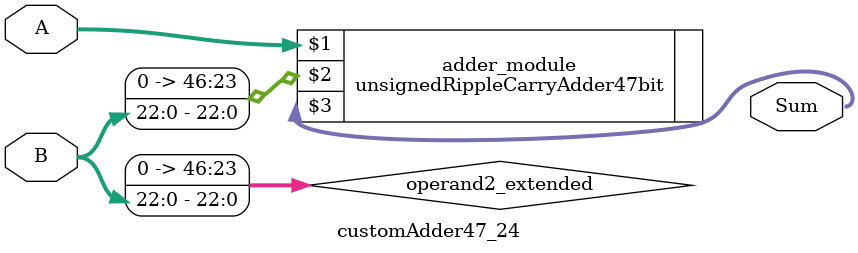
<source format=v>
module customAdder47_24(
                        input [46 : 0] A,
                        input [22 : 0] B,
                        
                        output [47 : 0] Sum
                );

        wire [46 : 0] operand2_extended;
        
        assign operand2_extended =  {24'b0, B};
        
        unsignedRippleCarryAdder47bit adder_module(
            A,
            operand2_extended,
            Sum
        );
        
        endmodule
        
</source>
